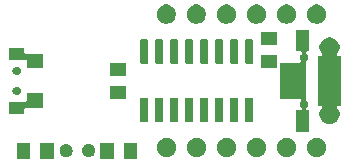
<source format=gbr>
G04 #@! TF.GenerationSoftware,KiCad,Pcbnew,(5.1.5)-3*
G04 #@! TF.CreationDate,2020-07-16T22:53:37-05:00*
G04 #@! TF.ProjectId,pcb,7063622e-6b69-4636-9164-5f7063625858,rev?*
G04 #@! TF.SameCoordinates,Original*
G04 #@! TF.FileFunction,Soldermask,Bot*
G04 #@! TF.FilePolarity,Negative*
%FSLAX46Y46*%
G04 Gerber Fmt 4.6, Leading zero omitted, Abs format (unit mm)*
G04 Created by KiCad (PCBNEW (5.1.5)-3) date 2020-07-16 22:53:37*
%MOMM*%
%LPD*%
G04 APERTURE LIST*
%ADD10C,0.100000*%
G04 APERTURE END LIST*
D10*
G36*
X139012500Y-95481500D02*
G01*
X137910500Y-95481500D01*
X137910500Y-94129500D01*
X139012500Y-94129500D01*
X139012500Y-95481500D01*
G37*
G36*
X144093000Y-95481500D02*
G01*
X142991000Y-95481500D01*
X142991000Y-94129500D01*
X144093000Y-94129500D01*
X144093000Y-95481500D01*
G37*
G36*
X146093000Y-95481500D02*
G01*
X144991000Y-95481500D01*
X144991000Y-94129500D01*
X146093000Y-94129500D01*
X146093000Y-95481500D01*
G37*
G36*
X137012500Y-95481500D02*
G01*
X135910500Y-95481500D01*
X135910500Y-94129500D01*
X137012500Y-94129500D01*
X137012500Y-95481500D01*
G37*
G36*
X161527142Y-93768242D02*
G01*
X161675101Y-93829529D01*
X161808255Y-93918499D01*
X161921501Y-94031745D01*
X162010471Y-94164899D01*
X162071758Y-94312858D01*
X162103000Y-94469925D01*
X162103000Y-94630075D01*
X162071758Y-94787142D01*
X162010471Y-94935101D01*
X161921501Y-95068255D01*
X161808255Y-95181501D01*
X161675101Y-95270471D01*
X161527142Y-95331758D01*
X161370075Y-95363000D01*
X161209925Y-95363000D01*
X161052858Y-95331758D01*
X160904899Y-95270471D01*
X160771745Y-95181501D01*
X160658499Y-95068255D01*
X160569529Y-94935101D01*
X160508242Y-94787142D01*
X160477000Y-94630075D01*
X160477000Y-94469925D01*
X160508242Y-94312858D01*
X160569529Y-94164899D01*
X160658499Y-94031745D01*
X160771745Y-93918499D01*
X160904899Y-93829529D01*
X161052858Y-93768242D01*
X161209925Y-93737000D01*
X161370075Y-93737000D01*
X161527142Y-93768242D01*
G37*
G36*
X148827142Y-93768242D02*
G01*
X148975101Y-93829529D01*
X149108255Y-93918499D01*
X149221501Y-94031745D01*
X149310471Y-94164899D01*
X149371758Y-94312858D01*
X149403000Y-94469925D01*
X149403000Y-94630075D01*
X149371758Y-94787142D01*
X149310471Y-94935101D01*
X149221501Y-95068255D01*
X149108255Y-95181501D01*
X148975101Y-95270471D01*
X148827142Y-95331758D01*
X148670075Y-95363000D01*
X148509925Y-95363000D01*
X148352858Y-95331758D01*
X148204899Y-95270471D01*
X148071745Y-95181501D01*
X147958499Y-95068255D01*
X147869529Y-94935101D01*
X147808242Y-94787142D01*
X147777000Y-94630075D01*
X147777000Y-94469925D01*
X147808242Y-94312858D01*
X147869529Y-94164899D01*
X147958499Y-94031745D01*
X148071745Y-93918499D01*
X148204899Y-93829529D01*
X148352858Y-93768242D01*
X148509925Y-93737000D01*
X148670075Y-93737000D01*
X148827142Y-93768242D01*
G37*
G36*
X151367142Y-93768242D02*
G01*
X151515101Y-93829529D01*
X151648255Y-93918499D01*
X151761501Y-94031745D01*
X151850471Y-94164899D01*
X151911758Y-94312858D01*
X151943000Y-94469925D01*
X151943000Y-94630075D01*
X151911758Y-94787142D01*
X151850471Y-94935101D01*
X151761501Y-95068255D01*
X151648255Y-95181501D01*
X151515101Y-95270471D01*
X151367142Y-95331758D01*
X151210075Y-95363000D01*
X151049925Y-95363000D01*
X150892858Y-95331758D01*
X150744899Y-95270471D01*
X150611745Y-95181501D01*
X150498499Y-95068255D01*
X150409529Y-94935101D01*
X150348242Y-94787142D01*
X150317000Y-94630075D01*
X150317000Y-94469925D01*
X150348242Y-94312858D01*
X150409529Y-94164899D01*
X150498499Y-94031745D01*
X150611745Y-93918499D01*
X150744899Y-93829529D01*
X150892858Y-93768242D01*
X151049925Y-93737000D01*
X151210075Y-93737000D01*
X151367142Y-93768242D01*
G37*
G36*
X153907142Y-93768242D02*
G01*
X154055101Y-93829529D01*
X154188255Y-93918499D01*
X154301501Y-94031745D01*
X154390471Y-94164899D01*
X154451758Y-94312858D01*
X154483000Y-94469925D01*
X154483000Y-94630075D01*
X154451758Y-94787142D01*
X154390471Y-94935101D01*
X154301501Y-95068255D01*
X154188255Y-95181501D01*
X154055101Y-95270471D01*
X153907142Y-95331758D01*
X153750075Y-95363000D01*
X153589925Y-95363000D01*
X153432858Y-95331758D01*
X153284899Y-95270471D01*
X153151745Y-95181501D01*
X153038499Y-95068255D01*
X152949529Y-94935101D01*
X152888242Y-94787142D01*
X152857000Y-94630075D01*
X152857000Y-94469925D01*
X152888242Y-94312858D01*
X152949529Y-94164899D01*
X153038499Y-94031745D01*
X153151745Y-93918499D01*
X153284899Y-93829529D01*
X153432858Y-93768242D01*
X153589925Y-93737000D01*
X153750075Y-93737000D01*
X153907142Y-93768242D01*
G37*
G36*
X156447142Y-93768242D02*
G01*
X156595101Y-93829529D01*
X156728255Y-93918499D01*
X156841501Y-94031745D01*
X156930471Y-94164899D01*
X156991758Y-94312858D01*
X157023000Y-94469925D01*
X157023000Y-94630075D01*
X156991758Y-94787142D01*
X156930471Y-94935101D01*
X156841501Y-95068255D01*
X156728255Y-95181501D01*
X156595101Y-95270471D01*
X156447142Y-95331758D01*
X156290075Y-95363000D01*
X156129925Y-95363000D01*
X155972858Y-95331758D01*
X155824899Y-95270471D01*
X155691745Y-95181501D01*
X155578499Y-95068255D01*
X155489529Y-94935101D01*
X155428242Y-94787142D01*
X155397000Y-94630075D01*
X155397000Y-94469925D01*
X155428242Y-94312858D01*
X155489529Y-94164899D01*
X155578499Y-94031745D01*
X155691745Y-93918499D01*
X155824899Y-93829529D01*
X155972858Y-93768242D01*
X156129925Y-93737000D01*
X156290075Y-93737000D01*
X156447142Y-93768242D01*
G37*
G36*
X158987142Y-93768242D02*
G01*
X159135101Y-93829529D01*
X159268255Y-93918499D01*
X159381501Y-94031745D01*
X159470471Y-94164899D01*
X159531758Y-94312858D01*
X159563000Y-94469925D01*
X159563000Y-94630075D01*
X159531758Y-94787142D01*
X159470471Y-94935101D01*
X159381501Y-95068255D01*
X159268255Y-95181501D01*
X159135101Y-95270471D01*
X158987142Y-95331758D01*
X158830075Y-95363000D01*
X158669925Y-95363000D01*
X158512858Y-95331758D01*
X158364899Y-95270471D01*
X158231745Y-95181501D01*
X158118499Y-95068255D01*
X158029529Y-94935101D01*
X157968242Y-94787142D01*
X157937000Y-94630075D01*
X157937000Y-94469925D01*
X157968242Y-94312858D01*
X158029529Y-94164899D01*
X158118499Y-94031745D01*
X158231745Y-93918499D01*
X158364899Y-93829529D01*
X158512858Y-93768242D01*
X158669925Y-93737000D01*
X158830075Y-93737000D01*
X158987142Y-93768242D01*
G37*
G36*
X140241721Y-94275674D02*
G01*
X140341995Y-94317209D01*
X140341996Y-94317210D01*
X140432242Y-94377510D01*
X140508990Y-94454258D01*
X140508991Y-94454260D01*
X140569291Y-94544505D01*
X140610826Y-94644779D01*
X140632000Y-94751230D01*
X140632000Y-94859770D01*
X140610826Y-94966221D01*
X140569291Y-95066495D01*
X140539345Y-95111312D01*
X140508990Y-95156742D01*
X140432242Y-95233490D01*
X140386812Y-95263845D01*
X140341995Y-95293791D01*
X140241721Y-95335326D01*
X140135270Y-95356500D01*
X140026730Y-95356500D01*
X139920279Y-95335326D01*
X139820005Y-95293791D01*
X139775188Y-95263845D01*
X139729758Y-95233490D01*
X139653010Y-95156742D01*
X139622655Y-95111312D01*
X139592709Y-95066495D01*
X139551174Y-94966221D01*
X139530000Y-94859770D01*
X139530000Y-94751230D01*
X139551174Y-94644779D01*
X139592709Y-94544505D01*
X139653009Y-94454260D01*
X139653010Y-94454258D01*
X139729758Y-94377510D01*
X139820004Y-94317210D01*
X139820005Y-94317209D01*
X139920279Y-94275674D01*
X140026730Y-94254500D01*
X140135270Y-94254500D01*
X140241721Y-94275674D01*
G37*
G36*
X142141721Y-94275674D02*
G01*
X142241995Y-94317209D01*
X142241996Y-94317210D01*
X142332242Y-94377510D01*
X142408990Y-94454258D01*
X142408991Y-94454260D01*
X142469291Y-94544505D01*
X142510826Y-94644779D01*
X142532000Y-94751230D01*
X142532000Y-94859770D01*
X142510826Y-94966221D01*
X142469291Y-95066495D01*
X142439345Y-95111312D01*
X142408990Y-95156742D01*
X142332242Y-95233490D01*
X142286812Y-95263845D01*
X142241995Y-95293791D01*
X142141721Y-95335326D01*
X142035270Y-95356500D01*
X141926730Y-95356500D01*
X141820279Y-95335326D01*
X141720005Y-95293791D01*
X141675188Y-95263845D01*
X141629758Y-95233490D01*
X141553010Y-95156742D01*
X141522655Y-95111312D01*
X141492709Y-95066495D01*
X141451174Y-94966221D01*
X141430000Y-94859770D01*
X141430000Y-94751230D01*
X141451174Y-94644779D01*
X141492709Y-94544505D01*
X141553009Y-94454260D01*
X141553010Y-94454258D01*
X141629758Y-94377510D01*
X141720004Y-94317210D01*
X141720005Y-94317209D01*
X141820279Y-94275674D01*
X141926730Y-94254500D01*
X142035270Y-94254500D01*
X142141721Y-94275674D01*
G37*
G36*
X160681000Y-86401000D02*
G01*
X160527043Y-86401000D01*
X160502657Y-86403402D01*
X160479208Y-86410515D01*
X160457597Y-86422066D01*
X160438655Y-86437611D01*
X160423110Y-86456553D01*
X160411559Y-86478164D01*
X160404446Y-86501613D01*
X160402044Y-86525999D01*
X160404446Y-86550385D01*
X160411559Y-86573834D01*
X160423110Y-86595445D01*
X160438655Y-86614387D01*
X160450476Y-86624088D01*
X160502640Y-86676252D01*
X160541054Y-86733742D01*
X160552919Y-86762388D01*
X160567511Y-86797617D01*
X160581000Y-86865430D01*
X160581000Y-86934570D01*
X160567511Y-87002383D01*
X160567510Y-87002385D01*
X160541054Y-87066258D01*
X160502640Y-87123748D01*
X160467611Y-87158777D01*
X160452066Y-87177719D01*
X160440515Y-87199330D01*
X160433402Y-87222779D01*
X160431000Y-87247165D01*
X160431000Y-90552835D01*
X160433402Y-90577221D01*
X160440515Y-90600670D01*
X160452066Y-90622281D01*
X160467611Y-90641223D01*
X160502640Y-90676252D01*
X160541054Y-90733742D01*
X160562624Y-90785818D01*
X160567511Y-90797617D01*
X160581000Y-90865430D01*
X160581000Y-90934570D01*
X160567511Y-91002383D01*
X160567510Y-91002385D01*
X160541054Y-91066258D01*
X160502640Y-91123748D01*
X160450476Y-91175912D01*
X160438655Y-91185613D01*
X160423110Y-91204555D01*
X160411559Y-91226166D01*
X160404446Y-91249615D01*
X160402044Y-91274001D01*
X160404446Y-91298387D01*
X160411559Y-91321836D01*
X160423110Y-91343447D01*
X160438655Y-91362389D01*
X160457597Y-91377934D01*
X160479208Y-91389485D01*
X160502657Y-91396598D01*
X160527043Y-91399000D01*
X160681000Y-91399000D01*
X160681000Y-93201000D01*
X159579000Y-93201000D01*
X159579000Y-91399000D01*
X159932957Y-91399000D01*
X159957343Y-91396598D01*
X159980792Y-91389485D01*
X160002403Y-91377934D01*
X160021345Y-91362389D01*
X160036890Y-91343447D01*
X160048441Y-91321836D01*
X160055554Y-91298387D01*
X160057956Y-91274001D01*
X160055554Y-91249615D01*
X160048441Y-91226166D01*
X160036890Y-91204555D01*
X160021345Y-91185613D01*
X160009524Y-91175912D01*
X159957360Y-91123748D01*
X159918946Y-91066258D01*
X159892490Y-91002385D01*
X159892489Y-91002383D01*
X159879000Y-90934570D01*
X159879000Y-90865430D01*
X159892489Y-90797617D01*
X159897376Y-90785818D01*
X159918946Y-90733742D01*
X159957360Y-90676252D01*
X159974225Y-90659387D01*
X159989770Y-90640445D01*
X160001321Y-90618834D01*
X160008434Y-90595385D01*
X160010836Y-90570999D01*
X160008434Y-90546613D01*
X160001321Y-90523164D01*
X159989770Y-90501553D01*
X159974225Y-90482611D01*
X159955283Y-90467066D01*
X159933672Y-90455515D01*
X159910223Y-90448402D01*
X159885837Y-90446000D01*
X158229000Y-90446000D01*
X158229000Y-87354000D01*
X159885837Y-87354000D01*
X159910223Y-87351598D01*
X159933672Y-87344485D01*
X159955283Y-87332934D01*
X159974225Y-87317389D01*
X159989770Y-87298447D01*
X160001321Y-87276836D01*
X160008434Y-87253387D01*
X160010836Y-87229001D01*
X160008434Y-87204615D01*
X160001321Y-87181166D01*
X159989770Y-87159555D01*
X159974225Y-87140613D01*
X159957360Y-87123748D01*
X159918946Y-87066258D01*
X159892490Y-87002385D01*
X159892489Y-87002383D01*
X159879000Y-86934570D01*
X159879000Y-86865430D01*
X159892489Y-86797617D01*
X159907081Y-86762388D01*
X159918946Y-86733742D01*
X159957360Y-86676252D01*
X160009524Y-86624088D01*
X160021345Y-86614387D01*
X160036890Y-86595445D01*
X160048441Y-86573834D01*
X160055554Y-86550385D01*
X160057956Y-86525999D01*
X160055554Y-86501613D01*
X160048441Y-86478164D01*
X160036890Y-86456553D01*
X160021345Y-86437611D01*
X160002403Y-86422066D01*
X159980792Y-86410515D01*
X159957343Y-86403402D01*
X159932957Y-86401000D01*
X159579000Y-86401000D01*
X159579000Y-84599000D01*
X160681000Y-84599000D01*
X160681000Y-86401000D01*
G37*
G36*
X162628228Y-85256703D02*
G01*
X162783100Y-85320853D01*
X162922481Y-85413985D01*
X163041015Y-85532519D01*
X163134147Y-85671900D01*
X163198297Y-85826772D01*
X163231000Y-85991184D01*
X163231000Y-86158816D01*
X163198297Y-86323228D01*
X163134147Y-86478100D01*
X163049647Y-86604562D01*
X163038100Y-86626166D01*
X163030987Y-86649615D01*
X163028585Y-86674001D01*
X163030987Y-86698387D01*
X163038100Y-86721836D01*
X163049651Y-86743447D01*
X163065196Y-86762388D01*
X163084138Y-86777934D01*
X163105749Y-86789485D01*
X163129198Y-86796598D01*
X163153584Y-86799000D01*
X163381000Y-86799000D01*
X163381000Y-91001000D01*
X163153584Y-91001000D01*
X163129198Y-91003402D01*
X163105749Y-91010515D01*
X163084138Y-91022066D01*
X163065196Y-91037611D01*
X163049651Y-91056553D01*
X163038100Y-91078164D01*
X163030987Y-91101613D01*
X163028585Y-91125999D01*
X163030987Y-91150385D01*
X163038100Y-91173834D01*
X163049647Y-91195438D01*
X163134147Y-91321900D01*
X163198297Y-91476772D01*
X163231000Y-91641184D01*
X163231000Y-91808816D01*
X163198297Y-91973228D01*
X163134147Y-92128100D01*
X163041015Y-92267481D01*
X162922481Y-92386015D01*
X162783100Y-92479147D01*
X162628228Y-92543297D01*
X162463816Y-92576000D01*
X162296184Y-92576000D01*
X162131772Y-92543297D01*
X161976900Y-92479147D01*
X161837519Y-92386015D01*
X161718985Y-92267481D01*
X161625853Y-92128100D01*
X161561703Y-91973228D01*
X161529000Y-91808816D01*
X161529000Y-91641184D01*
X161561703Y-91476772D01*
X161625853Y-91321900D01*
X161710353Y-91195438D01*
X161721900Y-91173834D01*
X161729013Y-91150385D01*
X161731415Y-91125999D01*
X161729013Y-91101613D01*
X161721900Y-91078164D01*
X161710349Y-91056553D01*
X161694804Y-91037612D01*
X161675862Y-91022066D01*
X161654251Y-91010515D01*
X161630802Y-91003402D01*
X161606416Y-91001000D01*
X161379000Y-91001000D01*
X161379000Y-86799000D01*
X161606416Y-86799000D01*
X161630802Y-86796598D01*
X161654251Y-86789485D01*
X161675862Y-86777934D01*
X161694804Y-86762389D01*
X161710349Y-86743447D01*
X161721900Y-86721836D01*
X161729013Y-86698387D01*
X161731415Y-86674001D01*
X161729013Y-86649615D01*
X161721900Y-86626166D01*
X161710353Y-86604562D01*
X161625853Y-86478100D01*
X161561703Y-86323228D01*
X161529000Y-86158816D01*
X161529000Y-85991184D01*
X161561703Y-85826772D01*
X161625853Y-85671900D01*
X161718985Y-85532519D01*
X161837519Y-85413985D01*
X161976900Y-85320853D01*
X162131772Y-85256703D01*
X162296184Y-85224000D01*
X162463816Y-85224000D01*
X162628228Y-85256703D01*
G37*
G36*
X146944928Y-90351764D02*
G01*
X146966009Y-90358160D01*
X146985445Y-90368548D01*
X147002476Y-90382524D01*
X147016452Y-90399555D01*
X147026840Y-90418991D01*
X147033236Y-90440072D01*
X147036000Y-90468140D01*
X147036000Y-92281860D01*
X147033236Y-92309928D01*
X147026840Y-92331009D01*
X147016452Y-92350445D01*
X147002476Y-92367476D01*
X146985445Y-92381452D01*
X146966009Y-92391840D01*
X146944928Y-92398236D01*
X146916860Y-92401000D01*
X146453140Y-92401000D01*
X146425072Y-92398236D01*
X146403991Y-92391840D01*
X146384555Y-92381452D01*
X146367524Y-92367476D01*
X146353548Y-92350445D01*
X146343160Y-92331009D01*
X146336764Y-92309928D01*
X146334000Y-92281860D01*
X146334000Y-90468140D01*
X146336764Y-90440072D01*
X146343160Y-90418991D01*
X146353548Y-90399555D01*
X146367524Y-90382524D01*
X146384555Y-90368548D01*
X146403991Y-90358160D01*
X146425072Y-90351764D01*
X146453140Y-90349000D01*
X146916860Y-90349000D01*
X146944928Y-90351764D01*
G37*
G36*
X148214928Y-90351764D02*
G01*
X148236009Y-90358160D01*
X148255445Y-90368548D01*
X148272476Y-90382524D01*
X148286452Y-90399555D01*
X148296840Y-90418991D01*
X148303236Y-90440072D01*
X148306000Y-90468140D01*
X148306000Y-92281860D01*
X148303236Y-92309928D01*
X148296840Y-92331009D01*
X148286452Y-92350445D01*
X148272476Y-92367476D01*
X148255445Y-92381452D01*
X148236009Y-92391840D01*
X148214928Y-92398236D01*
X148186860Y-92401000D01*
X147723140Y-92401000D01*
X147695072Y-92398236D01*
X147673991Y-92391840D01*
X147654555Y-92381452D01*
X147637524Y-92367476D01*
X147623548Y-92350445D01*
X147613160Y-92331009D01*
X147606764Y-92309928D01*
X147604000Y-92281860D01*
X147604000Y-90468140D01*
X147606764Y-90440072D01*
X147613160Y-90418991D01*
X147623548Y-90399555D01*
X147637524Y-90382524D01*
X147654555Y-90368548D01*
X147673991Y-90358160D01*
X147695072Y-90351764D01*
X147723140Y-90349000D01*
X148186860Y-90349000D01*
X148214928Y-90351764D01*
G37*
G36*
X149484928Y-90351764D02*
G01*
X149506009Y-90358160D01*
X149525445Y-90368548D01*
X149542476Y-90382524D01*
X149556452Y-90399555D01*
X149566840Y-90418991D01*
X149573236Y-90440072D01*
X149576000Y-90468140D01*
X149576000Y-92281860D01*
X149573236Y-92309928D01*
X149566840Y-92331009D01*
X149556452Y-92350445D01*
X149542476Y-92367476D01*
X149525445Y-92381452D01*
X149506009Y-92391840D01*
X149484928Y-92398236D01*
X149456860Y-92401000D01*
X148993140Y-92401000D01*
X148965072Y-92398236D01*
X148943991Y-92391840D01*
X148924555Y-92381452D01*
X148907524Y-92367476D01*
X148893548Y-92350445D01*
X148883160Y-92331009D01*
X148876764Y-92309928D01*
X148874000Y-92281860D01*
X148874000Y-90468140D01*
X148876764Y-90440072D01*
X148883160Y-90418991D01*
X148893548Y-90399555D01*
X148907524Y-90382524D01*
X148924555Y-90368548D01*
X148943991Y-90358160D01*
X148965072Y-90351764D01*
X148993140Y-90349000D01*
X149456860Y-90349000D01*
X149484928Y-90351764D01*
G37*
G36*
X152024928Y-90351764D02*
G01*
X152046009Y-90358160D01*
X152065445Y-90368548D01*
X152082476Y-90382524D01*
X152096452Y-90399555D01*
X152106840Y-90418991D01*
X152113236Y-90440072D01*
X152116000Y-90468140D01*
X152116000Y-92281860D01*
X152113236Y-92309928D01*
X152106840Y-92331009D01*
X152096452Y-92350445D01*
X152082476Y-92367476D01*
X152065445Y-92381452D01*
X152046009Y-92391840D01*
X152024928Y-92398236D01*
X151996860Y-92401000D01*
X151533140Y-92401000D01*
X151505072Y-92398236D01*
X151483991Y-92391840D01*
X151464555Y-92381452D01*
X151447524Y-92367476D01*
X151433548Y-92350445D01*
X151423160Y-92331009D01*
X151416764Y-92309928D01*
X151414000Y-92281860D01*
X151414000Y-90468140D01*
X151416764Y-90440072D01*
X151423160Y-90418991D01*
X151433548Y-90399555D01*
X151447524Y-90382524D01*
X151464555Y-90368548D01*
X151483991Y-90358160D01*
X151505072Y-90351764D01*
X151533140Y-90349000D01*
X151996860Y-90349000D01*
X152024928Y-90351764D01*
G37*
G36*
X153294928Y-90351764D02*
G01*
X153316009Y-90358160D01*
X153335445Y-90368548D01*
X153352476Y-90382524D01*
X153366452Y-90399555D01*
X153376840Y-90418991D01*
X153383236Y-90440072D01*
X153386000Y-90468140D01*
X153386000Y-92281860D01*
X153383236Y-92309928D01*
X153376840Y-92331009D01*
X153366452Y-92350445D01*
X153352476Y-92367476D01*
X153335445Y-92381452D01*
X153316009Y-92391840D01*
X153294928Y-92398236D01*
X153266860Y-92401000D01*
X152803140Y-92401000D01*
X152775072Y-92398236D01*
X152753991Y-92391840D01*
X152734555Y-92381452D01*
X152717524Y-92367476D01*
X152703548Y-92350445D01*
X152693160Y-92331009D01*
X152686764Y-92309928D01*
X152684000Y-92281860D01*
X152684000Y-90468140D01*
X152686764Y-90440072D01*
X152693160Y-90418991D01*
X152703548Y-90399555D01*
X152717524Y-90382524D01*
X152734555Y-90368548D01*
X152753991Y-90358160D01*
X152775072Y-90351764D01*
X152803140Y-90349000D01*
X153266860Y-90349000D01*
X153294928Y-90351764D01*
G37*
G36*
X154564928Y-90351764D02*
G01*
X154586009Y-90358160D01*
X154605445Y-90368548D01*
X154622476Y-90382524D01*
X154636452Y-90399555D01*
X154646840Y-90418991D01*
X154653236Y-90440072D01*
X154656000Y-90468140D01*
X154656000Y-92281860D01*
X154653236Y-92309928D01*
X154646840Y-92331009D01*
X154636452Y-92350445D01*
X154622476Y-92367476D01*
X154605445Y-92381452D01*
X154586009Y-92391840D01*
X154564928Y-92398236D01*
X154536860Y-92401000D01*
X154073140Y-92401000D01*
X154045072Y-92398236D01*
X154023991Y-92391840D01*
X154004555Y-92381452D01*
X153987524Y-92367476D01*
X153973548Y-92350445D01*
X153963160Y-92331009D01*
X153956764Y-92309928D01*
X153954000Y-92281860D01*
X153954000Y-90468140D01*
X153956764Y-90440072D01*
X153963160Y-90418991D01*
X153973548Y-90399555D01*
X153987524Y-90382524D01*
X154004555Y-90368548D01*
X154023991Y-90358160D01*
X154045072Y-90351764D01*
X154073140Y-90349000D01*
X154536860Y-90349000D01*
X154564928Y-90351764D01*
G37*
G36*
X155834928Y-90351764D02*
G01*
X155856009Y-90358160D01*
X155875445Y-90368548D01*
X155892476Y-90382524D01*
X155906452Y-90399555D01*
X155916840Y-90418991D01*
X155923236Y-90440072D01*
X155926000Y-90468140D01*
X155926000Y-92281860D01*
X155923236Y-92309928D01*
X155916840Y-92331009D01*
X155906452Y-92350445D01*
X155892476Y-92367476D01*
X155875445Y-92381452D01*
X155856009Y-92391840D01*
X155834928Y-92398236D01*
X155806860Y-92401000D01*
X155343140Y-92401000D01*
X155315072Y-92398236D01*
X155293991Y-92391840D01*
X155274555Y-92381452D01*
X155257524Y-92367476D01*
X155243548Y-92350445D01*
X155233160Y-92331009D01*
X155226764Y-92309928D01*
X155224000Y-92281860D01*
X155224000Y-90468140D01*
X155226764Y-90440072D01*
X155233160Y-90418991D01*
X155243548Y-90399555D01*
X155257524Y-90382524D01*
X155274555Y-90368548D01*
X155293991Y-90358160D01*
X155315072Y-90351764D01*
X155343140Y-90349000D01*
X155806860Y-90349000D01*
X155834928Y-90351764D01*
G37*
G36*
X150754928Y-90351764D02*
G01*
X150776009Y-90358160D01*
X150795445Y-90368548D01*
X150812476Y-90382524D01*
X150826452Y-90399555D01*
X150836840Y-90418991D01*
X150843236Y-90440072D01*
X150846000Y-90468140D01*
X150846000Y-92281860D01*
X150843236Y-92309928D01*
X150836840Y-92331009D01*
X150826452Y-92350445D01*
X150812476Y-92367476D01*
X150795445Y-92381452D01*
X150776009Y-92391840D01*
X150754928Y-92398236D01*
X150726860Y-92401000D01*
X150263140Y-92401000D01*
X150235072Y-92398236D01*
X150213991Y-92391840D01*
X150194555Y-92381452D01*
X150177524Y-92367476D01*
X150163548Y-92350445D01*
X150153160Y-92331009D01*
X150146764Y-92309928D01*
X150144000Y-92281860D01*
X150144000Y-90468140D01*
X150146764Y-90440072D01*
X150153160Y-90418991D01*
X150163548Y-90399555D01*
X150177524Y-90382524D01*
X150194555Y-90368548D01*
X150213991Y-90358160D01*
X150235072Y-90351764D01*
X150263140Y-90349000D01*
X150726860Y-90349000D01*
X150754928Y-90351764D01*
G37*
G36*
X138141000Y-91201000D02*
G01*
X136665999Y-91201000D01*
X136641613Y-91203402D01*
X136618164Y-91210515D01*
X136596553Y-91222066D01*
X136577611Y-91237611D01*
X136562066Y-91256553D01*
X136550515Y-91278164D01*
X136543402Y-91301613D01*
X136541000Y-91325999D01*
X136541000Y-91701000D01*
X135239000Y-91701000D01*
X135239000Y-90699000D01*
X136614001Y-90699000D01*
X136638387Y-90696598D01*
X136661836Y-90689485D01*
X136683447Y-90677934D01*
X136702389Y-90662389D01*
X136717934Y-90643447D01*
X136729485Y-90621836D01*
X136736598Y-90598387D01*
X136739000Y-90574001D01*
X136739000Y-89949000D01*
X138141000Y-89949000D01*
X138141000Y-91201000D01*
G37*
G36*
X145138500Y-90467000D02*
G01*
X143786500Y-90467000D01*
X143786500Y-89365000D01*
X145138500Y-89365000D01*
X145138500Y-90467000D01*
G37*
G36*
X135992383Y-89412489D02*
G01*
X135992386Y-89412490D01*
X135992385Y-89412490D01*
X136056258Y-89438946D01*
X136113748Y-89477360D01*
X136162640Y-89526252D01*
X136201054Y-89583742D01*
X136222624Y-89635818D01*
X136227511Y-89647617D01*
X136241000Y-89715430D01*
X136241000Y-89784570D01*
X136227511Y-89852383D01*
X136227510Y-89852385D01*
X136201054Y-89916258D01*
X136162640Y-89973748D01*
X136113748Y-90022640D01*
X136056258Y-90061054D01*
X136004182Y-90082624D01*
X135992383Y-90087511D01*
X135924570Y-90101000D01*
X135855430Y-90101000D01*
X135787617Y-90087511D01*
X135775818Y-90082624D01*
X135723742Y-90061054D01*
X135666252Y-90022640D01*
X135617360Y-89973748D01*
X135578946Y-89916258D01*
X135552490Y-89852385D01*
X135552489Y-89852383D01*
X135539000Y-89784570D01*
X135539000Y-89715430D01*
X135552489Y-89647617D01*
X135557376Y-89635818D01*
X135578946Y-89583742D01*
X135617360Y-89526252D01*
X135666252Y-89477360D01*
X135723742Y-89438946D01*
X135787615Y-89412490D01*
X135787614Y-89412490D01*
X135787617Y-89412489D01*
X135855430Y-89399000D01*
X135924570Y-89399000D01*
X135992383Y-89412489D01*
G37*
G36*
X145138500Y-88467000D02*
G01*
X143786500Y-88467000D01*
X143786500Y-87365000D01*
X145138500Y-87365000D01*
X145138500Y-88467000D01*
G37*
G36*
X135992383Y-87712489D02*
G01*
X135992386Y-87712490D01*
X135992385Y-87712490D01*
X136056258Y-87738946D01*
X136113748Y-87777360D01*
X136162640Y-87826252D01*
X136201054Y-87883742D01*
X136222624Y-87935818D01*
X136227511Y-87947617D01*
X136241000Y-88015430D01*
X136241000Y-88084570D01*
X136227511Y-88152383D01*
X136227510Y-88152385D01*
X136201054Y-88216258D01*
X136162640Y-88273748D01*
X136113748Y-88322640D01*
X136056258Y-88361054D01*
X136004182Y-88382624D01*
X135992383Y-88387511D01*
X135924570Y-88401000D01*
X135855430Y-88401000D01*
X135787617Y-88387511D01*
X135775818Y-88382624D01*
X135723742Y-88361054D01*
X135666252Y-88322640D01*
X135617360Y-88273748D01*
X135578946Y-88216258D01*
X135552490Y-88152385D01*
X135552489Y-88152383D01*
X135539000Y-88084570D01*
X135539000Y-88015430D01*
X135552489Y-87947617D01*
X135557376Y-87935818D01*
X135578946Y-87883742D01*
X135617360Y-87826252D01*
X135666252Y-87777360D01*
X135723742Y-87738946D01*
X135787615Y-87712490D01*
X135787614Y-87712490D01*
X135787617Y-87712489D01*
X135855430Y-87699000D01*
X135924570Y-87699000D01*
X135992383Y-87712489D01*
G37*
G36*
X136541000Y-86474001D02*
G01*
X136543402Y-86498387D01*
X136550515Y-86521836D01*
X136562066Y-86543447D01*
X136577611Y-86562389D01*
X136596553Y-86577934D01*
X136618164Y-86589485D01*
X136641613Y-86596598D01*
X136665999Y-86599000D01*
X138141000Y-86599000D01*
X138141000Y-87851000D01*
X136739000Y-87851000D01*
X136739000Y-87225999D01*
X136736598Y-87201613D01*
X136729485Y-87178164D01*
X136717934Y-87156553D01*
X136702389Y-87137611D01*
X136683447Y-87122066D01*
X136661836Y-87110515D01*
X136638387Y-87103402D01*
X136614001Y-87101000D01*
X135239000Y-87101000D01*
X135239000Y-86099000D01*
X136541000Y-86099000D01*
X136541000Y-86474001D01*
G37*
G36*
X157902000Y-87831500D02*
G01*
X156550000Y-87831500D01*
X156550000Y-86729500D01*
X157902000Y-86729500D01*
X157902000Y-87831500D01*
G37*
G36*
X150754928Y-85401764D02*
G01*
X150776009Y-85408160D01*
X150795445Y-85418548D01*
X150812476Y-85432524D01*
X150826452Y-85449555D01*
X150836840Y-85468991D01*
X150843236Y-85490072D01*
X150846000Y-85518140D01*
X150846000Y-87331860D01*
X150843236Y-87359928D01*
X150836840Y-87381009D01*
X150826452Y-87400445D01*
X150812476Y-87417476D01*
X150795445Y-87431452D01*
X150776009Y-87441840D01*
X150754928Y-87448236D01*
X150726860Y-87451000D01*
X150263140Y-87451000D01*
X150235072Y-87448236D01*
X150213991Y-87441840D01*
X150194555Y-87431452D01*
X150177524Y-87417476D01*
X150163548Y-87400445D01*
X150153160Y-87381009D01*
X150146764Y-87359928D01*
X150144000Y-87331860D01*
X150144000Y-85518140D01*
X150146764Y-85490072D01*
X150153160Y-85468991D01*
X150163548Y-85449555D01*
X150177524Y-85432524D01*
X150194555Y-85418548D01*
X150213991Y-85408160D01*
X150235072Y-85401764D01*
X150263140Y-85399000D01*
X150726860Y-85399000D01*
X150754928Y-85401764D01*
G37*
G36*
X155834928Y-85401764D02*
G01*
X155856009Y-85408160D01*
X155875445Y-85418548D01*
X155892476Y-85432524D01*
X155906452Y-85449555D01*
X155916840Y-85468991D01*
X155923236Y-85490072D01*
X155926000Y-85518140D01*
X155926000Y-87331860D01*
X155923236Y-87359928D01*
X155916840Y-87381009D01*
X155906452Y-87400445D01*
X155892476Y-87417476D01*
X155875445Y-87431452D01*
X155856009Y-87441840D01*
X155834928Y-87448236D01*
X155806860Y-87451000D01*
X155343140Y-87451000D01*
X155315072Y-87448236D01*
X155293991Y-87441840D01*
X155274555Y-87431452D01*
X155257524Y-87417476D01*
X155243548Y-87400445D01*
X155233160Y-87381009D01*
X155226764Y-87359928D01*
X155224000Y-87331860D01*
X155224000Y-85518140D01*
X155226764Y-85490072D01*
X155233160Y-85468991D01*
X155243548Y-85449555D01*
X155257524Y-85432524D01*
X155274555Y-85418548D01*
X155293991Y-85408160D01*
X155315072Y-85401764D01*
X155343140Y-85399000D01*
X155806860Y-85399000D01*
X155834928Y-85401764D01*
G37*
G36*
X153294928Y-85401764D02*
G01*
X153316009Y-85408160D01*
X153335445Y-85418548D01*
X153352476Y-85432524D01*
X153366452Y-85449555D01*
X153376840Y-85468991D01*
X153383236Y-85490072D01*
X153386000Y-85518140D01*
X153386000Y-87331860D01*
X153383236Y-87359928D01*
X153376840Y-87381009D01*
X153366452Y-87400445D01*
X153352476Y-87417476D01*
X153335445Y-87431452D01*
X153316009Y-87441840D01*
X153294928Y-87448236D01*
X153266860Y-87451000D01*
X152803140Y-87451000D01*
X152775072Y-87448236D01*
X152753991Y-87441840D01*
X152734555Y-87431452D01*
X152717524Y-87417476D01*
X152703548Y-87400445D01*
X152693160Y-87381009D01*
X152686764Y-87359928D01*
X152684000Y-87331860D01*
X152684000Y-85518140D01*
X152686764Y-85490072D01*
X152693160Y-85468991D01*
X152703548Y-85449555D01*
X152717524Y-85432524D01*
X152734555Y-85418548D01*
X152753991Y-85408160D01*
X152775072Y-85401764D01*
X152803140Y-85399000D01*
X153266860Y-85399000D01*
X153294928Y-85401764D01*
G37*
G36*
X152024928Y-85401764D02*
G01*
X152046009Y-85408160D01*
X152065445Y-85418548D01*
X152082476Y-85432524D01*
X152096452Y-85449555D01*
X152106840Y-85468991D01*
X152113236Y-85490072D01*
X152116000Y-85518140D01*
X152116000Y-87331860D01*
X152113236Y-87359928D01*
X152106840Y-87381009D01*
X152096452Y-87400445D01*
X152082476Y-87417476D01*
X152065445Y-87431452D01*
X152046009Y-87441840D01*
X152024928Y-87448236D01*
X151996860Y-87451000D01*
X151533140Y-87451000D01*
X151505072Y-87448236D01*
X151483991Y-87441840D01*
X151464555Y-87431452D01*
X151447524Y-87417476D01*
X151433548Y-87400445D01*
X151423160Y-87381009D01*
X151416764Y-87359928D01*
X151414000Y-87331860D01*
X151414000Y-85518140D01*
X151416764Y-85490072D01*
X151423160Y-85468991D01*
X151433548Y-85449555D01*
X151447524Y-85432524D01*
X151464555Y-85418548D01*
X151483991Y-85408160D01*
X151505072Y-85401764D01*
X151533140Y-85399000D01*
X151996860Y-85399000D01*
X152024928Y-85401764D01*
G37*
G36*
X149484928Y-85401764D02*
G01*
X149506009Y-85408160D01*
X149525445Y-85418548D01*
X149542476Y-85432524D01*
X149556452Y-85449555D01*
X149566840Y-85468991D01*
X149573236Y-85490072D01*
X149576000Y-85518140D01*
X149576000Y-87331860D01*
X149573236Y-87359928D01*
X149566840Y-87381009D01*
X149556452Y-87400445D01*
X149542476Y-87417476D01*
X149525445Y-87431452D01*
X149506009Y-87441840D01*
X149484928Y-87448236D01*
X149456860Y-87451000D01*
X148993140Y-87451000D01*
X148965072Y-87448236D01*
X148943991Y-87441840D01*
X148924555Y-87431452D01*
X148907524Y-87417476D01*
X148893548Y-87400445D01*
X148883160Y-87381009D01*
X148876764Y-87359928D01*
X148874000Y-87331860D01*
X148874000Y-85518140D01*
X148876764Y-85490072D01*
X148883160Y-85468991D01*
X148893548Y-85449555D01*
X148907524Y-85432524D01*
X148924555Y-85418548D01*
X148943991Y-85408160D01*
X148965072Y-85401764D01*
X148993140Y-85399000D01*
X149456860Y-85399000D01*
X149484928Y-85401764D01*
G37*
G36*
X148214928Y-85401764D02*
G01*
X148236009Y-85408160D01*
X148255445Y-85418548D01*
X148272476Y-85432524D01*
X148286452Y-85449555D01*
X148296840Y-85468991D01*
X148303236Y-85490072D01*
X148306000Y-85518140D01*
X148306000Y-87331860D01*
X148303236Y-87359928D01*
X148296840Y-87381009D01*
X148286452Y-87400445D01*
X148272476Y-87417476D01*
X148255445Y-87431452D01*
X148236009Y-87441840D01*
X148214928Y-87448236D01*
X148186860Y-87451000D01*
X147723140Y-87451000D01*
X147695072Y-87448236D01*
X147673991Y-87441840D01*
X147654555Y-87431452D01*
X147637524Y-87417476D01*
X147623548Y-87400445D01*
X147613160Y-87381009D01*
X147606764Y-87359928D01*
X147604000Y-87331860D01*
X147604000Y-85518140D01*
X147606764Y-85490072D01*
X147613160Y-85468991D01*
X147623548Y-85449555D01*
X147637524Y-85432524D01*
X147654555Y-85418548D01*
X147673991Y-85408160D01*
X147695072Y-85401764D01*
X147723140Y-85399000D01*
X148186860Y-85399000D01*
X148214928Y-85401764D01*
G37*
G36*
X146944928Y-85401764D02*
G01*
X146966009Y-85408160D01*
X146985445Y-85418548D01*
X147002476Y-85432524D01*
X147016452Y-85449555D01*
X147026840Y-85468991D01*
X147033236Y-85490072D01*
X147036000Y-85518140D01*
X147036000Y-87331860D01*
X147033236Y-87359928D01*
X147026840Y-87381009D01*
X147016452Y-87400445D01*
X147002476Y-87417476D01*
X146985445Y-87431452D01*
X146966009Y-87441840D01*
X146944928Y-87448236D01*
X146916860Y-87451000D01*
X146453140Y-87451000D01*
X146425072Y-87448236D01*
X146403991Y-87441840D01*
X146384555Y-87431452D01*
X146367524Y-87417476D01*
X146353548Y-87400445D01*
X146343160Y-87381009D01*
X146336764Y-87359928D01*
X146334000Y-87331860D01*
X146334000Y-85518140D01*
X146336764Y-85490072D01*
X146343160Y-85468991D01*
X146353548Y-85449555D01*
X146367524Y-85432524D01*
X146384555Y-85418548D01*
X146403991Y-85408160D01*
X146425072Y-85401764D01*
X146453140Y-85399000D01*
X146916860Y-85399000D01*
X146944928Y-85401764D01*
G37*
G36*
X154564928Y-85401764D02*
G01*
X154586009Y-85408160D01*
X154605445Y-85418548D01*
X154622476Y-85432524D01*
X154636452Y-85449555D01*
X154646840Y-85468991D01*
X154653236Y-85490072D01*
X154656000Y-85518140D01*
X154656000Y-87331860D01*
X154653236Y-87359928D01*
X154646840Y-87381009D01*
X154636452Y-87400445D01*
X154622476Y-87417476D01*
X154605445Y-87431452D01*
X154586009Y-87441840D01*
X154564928Y-87448236D01*
X154536860Y-87451000D01*
X154073140Y-87451000D01*
X154045072Y-87448236D01*
X154023991Y-87441840D01*
X154004555Y-87431452D01*
X153987524Y-87417476D01*
X153973548Y-87400445D01*
X153963160Y-87381009D01*
X153956764Y-87359928D01*
X153954000Y-87331860D01*
X153954000Y-85518140D01*
X153956764Y-85490072D01*
X153963160Y-85468991D01*
X153973548Y-85449555D01*
X153987524Y-85432524D01*
X154004555Y-85418548D01*
X154023991Y-85408160D01*
X154045072Y-85401764D01*
X154073140Y-85399000D01*
X154536860Y-85399000D01*
X154564928Y-85401764D01*
G37*
G36*
X157902000Y-85831500D02*
G01*
X156550000Y-85831500D01*
X156550000Y-84729500D01*
X157902000Y-84729500D01*
X157902000Y-85831500D01*
G37*
G36*
X148787142Y-82468242D02*
G01*
X148935101Y-82529529D01*
X149068255Y-82618499D01*
X149181501Y-82731745D01*
X149270471Y-82864899D01*
X149331758Y-83012858D01*
X149363000Y-83169925D01*
X149363000Y-83330075D01*
X149331758Y-83487142D01*
X149270471Y-83635101D01*
X149181501Y-83768255D01*
X149068255Y-83881501D01*
X148935101Y-83970471D01*
X148787142Y-84031758D01*
X148630075Y-84063000D01*
X148469925Y-84063000D01*
X148312858Y-84031758D01*
X148164899Y-83970471D01*
X148031745Y-83881501D01*
X147918499Y-83768255D01*
X147829529Y-83635101D01*
X147768242Y-83487142D01*
X147737000Y-83330075D01*
X147737000Y-83169925D01*
X147768242Y-83012858D01*
X147829529Y-82864899D01*
X147918499Y-82731745D01*
X148031745Y-82618499D01*
X148164899Y-82529529D01*
X148312858Y-82468242D01*
X148469925Y-82437000D01*
X148630075Y-82437000D01*
X148787142Y-82468242D01*
G37*
G36*
X151335142Y-82468242D02*
G01*
X151483101Y-82529529D01*
X151616255Y-82618499D01*
X151729501Y-82731745D01*
X151818471Y-82864899D01*
X151879758Y-83012858D01*
X151911000Y-83169925D01*
X151911000Y-83330075D01*
X151879758Y-83487142D01*
X151818471Y-83635101D01*
X151729501Y-83768255D01*
X151616255Y-83881501D01*
X151483101Y-83970471D01*
X151335142Y-84031758D01*
X151178075Y-84063000D01*
X151017925Y-84063000D01*
X150860858Y-84031758D01*
X150712899Y-83970471D01*
X150579745Y-83881501D01*
X150466499Y-83768255D01*
X150377529Y-83635101D01*
X150316242Y-83487142D01*
X150285000Y-83330075D01*
X150285000Y-83169925D01*
X150316242Y-83012858D01*
X150377529Y-82864899D01*
X150466499Y-82731745D01*
X150579745Y-82618499D01*
X150712899Y-82529529D01*
X150860858Y-82468242D01*
X151017925Y-82437000D01*
X151178075Y-82437000D01*
X151335142Y-82468242D01*
G37*
G36*
X161527142Y-82468242D02*
G01*
X161675101Y-82529529D01*
X161808255Y-82618499D01*
X161921501Y-82731745D01*
X162010471Y-82864899D01*
X162071758Y-83012858D01*
X162103000Y-83169925D01*
X162103000Y-83330075D01*
X162071758Y-83487142D01*
X162010471Y-83635101D01*
X161921501Y-83768255D01*
X161808255Y-83881501D01*
X161675101Y-83970471D01*
X161527142Y-84031758D01*
X161370075Y-84063000D01*
X161209925Y-84063000D01*
X161052858Y-84031758D01*
X160904899Y-83970471D01*
X160771745Y-83881501D01*
X160658499Y-83768255D01*
X160569529Y-83635101D01*
X160508242Y-83487142D01*
X160477000Y-83330075D01*
X160477000Y-83169925D01*
X160508242Y-83012858D01*
X160569529Y-82864899D01*
X160658499Y-82731745D01*
X160771745Y-82618499D01*
X160904899Y-82529529D01*
X161052858Y-82468242D01*
X161209925Y-82437000D01*
X161370075Y-82437000D01*
X161527142Y-82468242D01*
G37*
G36*
X153883142Y-82468242D02*
G01*
X154031101Y-82529529D01*
X154164255Y-82618499D01*
X154277501Y-82731745D01*
X154366471Y-82864899D01*
X154427758Y-83012858D01*
X154459000Y-83169925D01*
X154459000Y-83330075D01*
X154427758Y-83487142D01*
X154366471Y-83635101D01*
X154277501Y-83768255D01*
X154164255Y-83881501D01*
X154031101Y-83970471D01*
X153883142Y-84031758D01*
X153726075Y-84063000D01*
X153565925Y-84063000D01*
X153408858Y-84031758D01*
X153260899Y-83970471D01*
X153127745Y-83881501D01*
X153014499Y-83768255D01*
X152925529Y-83635101D01*
X152864242Y-83487142D01*
X152833000Y-83330075D01*
X152833000Y-83169925D01*
X152864242Y-83012858D01*
X152925529Y-82864899D01*
X153014499Y-82731745D01*
X153127745Y-82618499D01*
X153260899Y-82529529D01*
X153408858Y-82468242D01*
X153565925Y-82437000D01*
X153726075Y-82437000D01*
X153883142Y-82468242D01*
G37*
G36*
X156431142Y-82468242D02*
G01*
X156579101Y-82529529D01*
X156712255Y-82618499D01*
X156825501Y-82731745D01*
X156914471Y-82864899D01*
X156975758Y-83012858D01*
X157007000Y-83169925D01*
X157007000Y-83330075D01*
X156975758Y-83487142D01*
X156914471Y-83635101D01*
X156825501Y-83768255D01*
X156712255Y-83881501D01*
X156579101Y-83970471D01*
X156431142Y-84031758D01*
X156274075Y-84063000D01*
X156113925Y-84063000D01*
X155956858Y-84031758D01*
X155808899Y-83970471D01*
X155675745Y-83881501D01*
X155562499Y-83768255D01*
X155473529Y-83635101D01*
X155412242Y-83487142D01*
X155381000Y-83330075D01*
X155381000Y-83169925D01*
X155412242Y-83012858D01*
X155473529Y-82864899D01*
X155562499Y-82731745D01*
X155675745Y-82618499D01*
X155808899Y-82529529D01*
X155956858Y-82468242D01*
X156113925Y-82437000D01*
X156274075Y-82437000D01*
X156431142Y-82468242D01*
G37*
G36*
X158979142Y-82468242D02*
G01*
X159127101Y-82529529D01*
X159260255Y-82618499D01*
X159373501Y-82731745D01*
X159462471Y-82864899D01*
X159523758Y-83012858D01*
X159555000Y-83169925D01*
X159555000Y-83330075D01*
X159523758Y-83487142D01*
X159462471Y-83635101D01*
X159373501Y-83768255D01*
X159260255Y-83881501D01*
X159127101Y-83970471D01*
X158979142Y-84031758D01*
X158822075Y-84063000D01*
X158661925Y-84063000D01*
X158504858Y-84031758D01*
X158356899Y-83970471D01*
X158223745Y-83881501D01*
X158110499Y-83768255D01*
X158021529Y-83635101D01*
X157960242Y-83487142D01*
X157929000Y-83330075D01*
X157929000Y-83169925D01*
X157960242Y-83012858D01*
X158021529Y-82864899D01*
X158110499Y-82731745D01*
X158223745Y-82618499D01*
X158356899Y-82529529D01*
X158504858Y-82468242D01*
X158661925Y-82437000D01*
X158822075Y-82437000D01*
X158979142Y-82468242D01*
G37*
M02*

</source>
